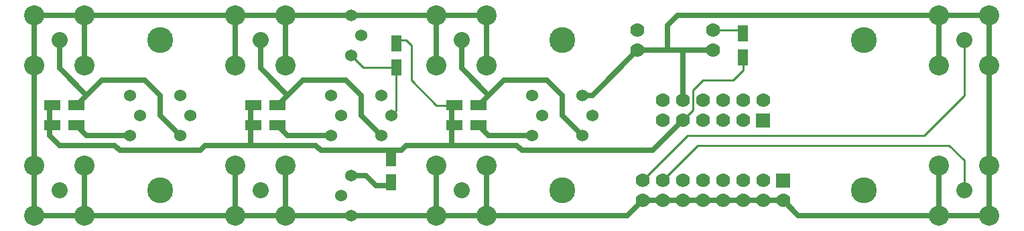
<source format=gbr>
G04 start of page 3 for group 5 idx 5 *
G04 Title: (unknown), bottom *
G04 Creator: pcb 20140316 *
G04 CreationDate: Tue 28 Aug 2018 05:55:18 PM GMT UTC *
G04 For: thomasc *
G04 Format: Gerber/RS-274X *
G04 PCB-Dimensions (mil): 5000.00 1250.00 *
G04 PCB-Coordinate-Origin: lower left *
%MOIN*%
%FSLAX25Y25*%
%LNBOTTOM*%
%ADD37C,0.0420*%
%ADD36C,0.0520*%
%ADD35C,0.0350*%
%ADD34C,0.1250*%
%ADD33C,0.1290*%
%ADD32R,0.0500X0.0500*%
%ADD31C,0.0001*%
%ADD30C,0.0700*%
%ADD29C,0.1000*%
%ADD28C,0.0800*%
%ADD27C,0.0600*%
%ADD26C,0.0100*%
%ADD25C,0.0250*%
G54D25*X487500Y12500D02*Y112500D01*
X462500D02*Y87500D01*
Y37500D02*Y12500D01*
G54D26*X475000Y72500D02*Y100000D01*
X455000Y52500D02*X475000Y72500D01*
G54D25*X285000D02*X290000D01*
X312500Y95000D01*
G54D26*X315000Y30000D02*X337500Y52500D01*
X325000Y30000D02*X342500Y47500D01*
X335000Y60000D02*X340000Y65000D01*
Y75000D01*
G54D25*X312500Y95000D02*X350000D01*
X335000Y70000D02*Y95000D01*
G54D26*X340000Y75000D02*X345000Y80000D01*
X350000Y105000D02*X365000D01*
X345000Y80000D02*X360000D01*
X365000Y85000D01*
Y91500D01*
G54D25*X327500Y95000D02*Y107500D01*
X332500Y112500D01*
X487500D02*X332500D01*
X237500Y37500D02*Y12500D01*
X212500D02*Y37500D01*
X260000Y52500D02*X238500D01*
X233500Y57500D01*
X252500Y47500D02*X255000Y45000D01*
X237500Y87500D02*Y112500D01*
X212500Y87500D02*Y112500D01*
X285000Y52500D02*X275000Y62500D01*
Y72500D01*
X267500Y80000D01*
X246000D01*
X233500Y67500D01*
X225000Y100000D02*Y86000D01*
X238500Y72500D01*
X220000Y67500D02*Y47500D01*
G54D26*X212500Y67500D02*X220000D01*
G54D25*X37500Y12500D02*Y37500D01*
X20000Y67500D02*Y52500D01*
X25000Y47500D01*
X75000Y62500D02*Y72500D01*
X67500Y80000D01*
X46000D01*
X33500Y67500D01*
X12500Y112500D02*Y87500D01*
X37500D02*Y112500D01*
X25000Y100000D02*Y86000D01*
X38500Y72500D01*
X25000Y47500D02*X52500D01*
X12500Y12500D02*Y87500D01*
X237500Y112500D02*X12500D01*
X112500Y87500D02*Y112500D01*
X137500Y87500D02*Y112500D01*
G54D26*X176000Y86500D02*X170000Y92500D01*
X192500Y100000D02*X197500D01*
X200000Y97500D01*
G54D25*X125000Y100000D02*Y86000D01*
X120000Y67500D02*Y47500D01*
X125000Y86000D02*X138500Y72500D01*
G54D26*X200000Y80000D02*X212500Y67500D01*
G54D25*X112500Y12500D02*Y37500D01*
X137500Y12500D02*Y37500D01*
X95000Y45000D02*X97500Y47500D01*
X85000Y52500D02*X75000Y62500D01*
X60000Y52500D02*X38500D01*
X33500Y57500D01*
X52500Y47500D02*X55000Y45000D01*
X95000D01*
X97500Y47500D02*X152500D01*
X155000Y45000D01*
X255000D02*X320000D01*
X12500Y12500D02*X307500D01*
X315000Y20000D01*
X385000D01*
X392500Y12500D01*
X487500D01*
X320000Y45000D02*X335000Y60000D01*
G54D26*X337500Y52500D02*X455000D01*
X342500Y47500D02*X467500D01*
X475000Y40000D01*
Y25000D01*
G54D25*X170000Y32500D02*X177500D01*
X182500Y27500D01*
X190000D01*
X185000Y52500D02*X175000Y62500D01*
Y72500D01*
X167500Y80000D01*
G54D26*X192500Y65000D02*X190000Y62500D01*
G54D25*X160000Y52500D02*X138500D01*
X133500Y57500D01*
X167500Y80000D02*X146000D01*
X133500Y67500D01*
X155000Y45000D02*X195000D01*
X197500Y47500D01*
X252500D01*
G54D26*X192500Y86500D02*Y65000D01*
Y86500D02*X176000D01*
X200000Y97500D02*Y80000D01*
G54D27*X260000Y72500D03*
Y52500D03*
X265000Y62500D03*
X285000Y72500D03*
Y52500D03*
X290000Y62500D03*
G54D28*X225000Y100000D03*
G54D29*X237500Y112500D03*
Y87500D03*
G54D28*X225000Y25000D03*
G54D29*X237500Y37500D03*
Y12500D03*
G54D30*X385000Y20000D03*
G54D31*G36*
X381500Y33500D02*Y26500D01*
X388500D01*
Y33500D01*
X381500D01*
G37*
G54D30*X375000Y20000D03*
Y30000D03*
X365000Y20000D03*
Y30000D03*
X355000Y20000D03*
Y30000D03*
X345000Y20000D03*
X375000Y70000D03*
X365000D03*
Y60000D03*
G54D31*G36*
X371500Y63500D02*Y56500D01*
X378500D01*
Y63500D01*
X371500D01*
G37*
G54D30*X355000Y60000D03*
X345000D03*
Y30000D03*
X350000Y95000D03*
Y105000D03*
X355000Y70000D03*
X345000D03*
X335000Y20000D03*
X325000D03*
X315000D03*
X335000Y30000D03*
X325000D03*
X315000D03*
X312500Y95000D03*
Y105000D03*
X335000Y70000D03*
X325000D03*
Y60000D03*
X335000D03*
G54D28*X475000Y100000D03*
G54D29*X462500Y112500D03*
X487500D03*
Y87500D03*
X462500D03*
G54D28*X475000Y25000D03*
G54D29*X462500Y37500D03*
Y12500D03*
X487500Y37500D03*
Y12500D03*
G54D27*X60000Y72500D03*
Y52500D03*
X65000Y62500D03*
X85000Y72500D03*
Y52500D03*
X90000Y62500D03*
G54D28*X25000Y100000D03*
Y25000D03*
G54D29*X12500Y112500D03*
X37500D03*
Y87500D03*
Y37500D03*
Y12500D03*
X12500Y87500D03*
Y37500D03*
Y12500D03*
G54D27*X160000Y72500D03*
Y52500D03*
X165000Y62500D03*
X185000Y72500D03*
Y52500D03*
X190000Y62500D03*
X170000Y112500D03*
Y92500D03*
G54D29*X212500Y112500D03*
Y87500D03*
G54D27*X175000Y102500D03*
G54D28*X125000Y100000D03*
G54D29*X112500Y112500D03*
X137500D03*
Y87500D03*
X112500D03*
G54D27*X170000Y12500D03*
Y32500D03*
X165000Y22500D03*
G54D29*X212500Y12500D03*
G54D28*X125000Y25000D03*
G54D29*X137500Y12500D03*
X112500D03*
Y37500D03*
X137500D03*
X212500D03*
G54D32*X120000Y57500D02*X123000D01*
X132000D02*X135000D01*
X120000Y67500D02*X123000D01*
X132000D02*X135000D01*
X20000Y57500D02*X23000D01*
X32000D02*X35000D01*
X20000Y67500D02*X23000D01*
X32000D02*X35000D01*
X220000Y57500D02*X223000D01*
X190000Y42500D02*Y39500D01*
Y30500D02*Y27500D01*
X232000Y57500D02*X235000D01*
X220000Y67500D02*X223000D01*
X192500Y100000D02*Y97000D01*
Y88000D02*Y85000D01*
X232000Y67500D02*X235000D01*
X365000Y105000D02*Y102000D01*
Y93000D02*Y90000D01*
G54D33*X75000Y100000D03*
X275000D03*
X75000Y25000D03*
X275000D03*
X425000D03*
Y100000D03*
G54D34*G54D35*G54D36*G54D30*G54D36*G54D30*G54D37*G54D36*G54D30*G54D36*G54D30*G54D35*G54D36*G54D30*G54D35*G54D30*G54D35*G54D36*G54D30*G54D35*G54D30*G54D36*G54D30*M02*

</source>
